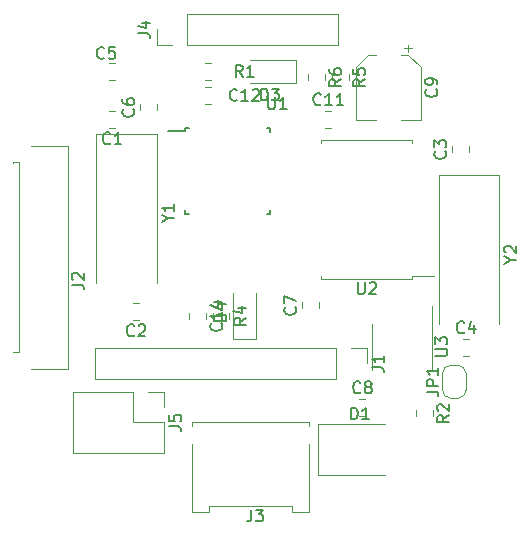
<source format=gbr>
%TF.GenerationSoftware,KiCad,Pcbnew,(5.1.6-0-10_14)*%
%TF.CreationDate,2021-01-24T21:36:40+01:00*%
%TF.ProjectId,CAN_Display,43414e5f-4469-4737-906c-61792e6b6963,rev?*%
%TF.SameCoordinates,Original*%
%TF.FileFunction,Legend,Top*%
%TF.FilePolarity,Positive*%
%FSLAX46Y46*%
G04 Gerber Fmt 4.6, Leading zero omitted, Abs format (unit mm)*
G04 Created by KiCad (PCBNEW (5.1.6-0-10_14)) date 2021-01-24 21:36:40*
%MOMM*%
%LPD*%
G01*
G04 APERTURE LIST*
%ADD10C,0.120000*%
%ADD11C,0.150000*%
G04 APERTURE END LIST*
D10*
%TO.C,D1*%
X163192000Y-106054000D02*
X168892000Y-106054000D01*
X163192000Y-110354000D02*
X168892000Y-110354000D01*
X163192000Y-106054000D02*
X163192000Y-110354000D01*
%TO.C,C9*%
X171161500Y-74243500D02*
X170536500Y-74243500D01*
X170849000Y-73931000D02*
X170849000Y-74556000D01*
X167468437Y-74796000D02*
X166404000Y-75860437D01*
X170859563Y-74796000D02*
X171924000Y-75860437D01*
X170859563Y-74796000D02*
X170224000Y-74796000D01*
X167468437Y-74796000D02*
X168104000Y-74796000D01*
X166404000Y-75860437D02*
X166404000Y-80316000D01*
X171924000Y-75860437D02*
X171924000Y-80316000D01*
X171924000Y-80316000D02*
X170224000Y-80316000D01*
X166404000Y-80316000D02*
X168104000Y-80316000D01*
%TO.C,J5*%
X150174000Y-103318000D02*
X150174000Y-104648000D01*
X148844000Y-103318000D02*
X150174000Y-103318000D01*
X150174000Y-105918000D02*
X150174000Y-108518000D01*
X147574000Y-105918000D02*
X150174000Y-105918000D01*
X147574000Y-103318000D02*
X147574000Y-105918000D01*
X150174000Y-108518000D02*
X142434000Y-108518000D01*
X147574000Y-103318000D02*
X142434000Y-103318000D01*
X142434000Y-103318000D02*
X142434000Y-108518000D01*
%TO.C,J4*%
X149546000Y-73974000D02*
X149546000Y-72644000D01*
X150876000Y-73974000D02*
X149546000Y-73974000D01*
X152146000Y-73974000D02*
X152146000Y-71314000D01*
X152146000Y-71314000D02*
X164906000Y-71314000D01*
X152146000Y-73974000D02*
X164906000Y-73974000D01*
X164906000Y-73974000D02*
X164906000Y-71314000D01*
%TO.C,J1*%
X167330000Y-99590000D02*
X167330000Y-100920000D01*
X166000000Y-99590000D02*
X167330000Y-99590000D01*
X164730000Y-99590000D02*
X164730000Y-102250000D01*
X164730000Y-102250000D02*
X144350000Y-102250000D01*
X164730000Y-99590000D02*
X144350000Y-99590000D01*
X144350000Y-99590000D02*
X144350000Y-102250000D01*
%TO.C,R6*%
X162358000Y-76437748D02*
X162358000Y-76960252D01*
X163778000Y-76437748D02*
X163778000Y-76960252D01*
%TO.C,R5*%
X164390000Y-76437748D02*
X164390000Y-76960252D01*
X165810000Y-76437748D02*
X165810000Y-76960252D01*
%TO.C,R4*%
X154290000Y-96633748D02*
X154290000Y-97156252D01*
X155710000Y-96633748D02*
X155710000Y-97156252D01*
%TO.C,R2*%
X171502000Y-104885748D02*
X171502000Y-105408252D01*
X172922000Y-104885748D02*
X172922000Y-105408252D01*
%TO.C,R1*%
X153671748Y-76910000D02*
X154194252Y-76910000D01*
X153671748Y-75490000D02*
X154194252Y-75490000D01*
%TO.C,JP1*%
X173752000Y-103174000D02*
X173752000Y-101774000D01*
X174452000Y-101074000D02*
X175052000Y-101074000D01*
X175752000Y-101774000D02*
X175752000Y-103174000D01*
X175052000Y-103874000D02*
X174452000Y-103874000D01*
X174452000Y-103874000D02*
G75*
G02*
X173752000Y-103174000I0J700000D01*
G01*
X175752000Y-103174000D02*
G75*
G02*
X175052000Y-103874000I-700000J0D01*
G01*
X175052000Y-101074000D02*
G75*
G02*
X175752000Y-101774000I0J-700000D01*
G01*
X173752000Y-101774000D02*
G75*
G02*
X174452000Y-101074000I700000J0D01*
G01*
%TO.C,D4*%
X156000000Y-98820000D02*
X156000000Y-94920000D01*
X158000000Y-98820000D02*
X158000000Y-94920000D01*
X156000000Y-98820000D02*
X158000000Y-98820000D01*
%TO.C,D3*%
X161380000Y-77200000D02*
X157480000Y-77200000D01*
X161380000Y-75200000D02*
X157480000Y-75200000D01*
X161380000Y-77200000D02*
X161380000Y-75200000D01*
%TO.C,C14*%
X152290000Y-96633748D02*
X152290000Y-97156252D01*
X153710000Y-96633748D02*
X153710000Y-97156252D01*
%TO.C,C12*%
X153671748Y-78942000D02*
X154194252Y-78942000D01*
X153671748Y-77522000D02*
X154194252Y-77522000D01*
%TO.C,C11*%
X163831748Y-80974000D02*
X164354252Y-80974000D01*
X163831748Y-79554000D02*
X164354252Y-79554000D01*
%TO.C,C8*%
X166713748Y-105358000D02*
X167236252Y-105358000D01*
X166713748Y-103938000D02*
X167236252Y-103938000D01*
%TO.C,C7*%
X163270000Y-96264252D02*
X163270000Y-95741748D01*
X161850000Y-96264252D02*
X161850000Y-95741748D01*
%TO.C,C6*%
X149554000Y-79500252D02*
X149554000Y-78977748D01*
X148134000Y-79500252D02*
X148134000Y-78977748D01*
%TO.C,C5*%
X145525748Y-76910000D02*
X146048252Y-76910000D01*
X145525748Y-75490000D02*
X146048252Y-75490000D01*
%TO.C,C4*%
X175497748Y-100278000D02*
X176020252Y-100278000D01*
X175497748Y-98858000D02*
X176020252Y-98858000D01*
%TO.C,C3*%
X175970000Y-83056252D02*
X175970000Y-82533748D01*
X174550000Y-83056252D02*
X174550000Y-82533748D01*
%TO.C,C2*%
X148080252Y-95810000D02*
X147557748Y-95810000D01*
X148080252Y-97230000D02*
X147557748Y-97230000D01*
%TO.C,C1*%
X146048252Y-79554000D02*
X145525748Y-79554000D01*
X146048252Y-80974000D02*
X145525748Y-80974000D01*
%TO.C,U3*%
X172867000Y-99503000D02*
X172867000Y-96053000D01*
X172867000Y-99503000D02*
X172867000Y-101453000D01*
X167747000Y-99503000D02*
X167747000Y-97553000D01*
X167747000Y-99503000D02*
X167747000Y-101453000D01*
%TO.C,U2*%
X167350000Y-81999000D02*
X163490000Y-81999000D01*
X163490000Y-81999000D02*
X163490000Y-82244000D01*
X167350000Y-81999000D02*
X171210000Y-81999000D01*
X171210000Y-81999000D02*
X171210000Y-82244000D01*
X167350000Y-93769000D02*
X163490000Y-93769000D01*
X163490000Y-93769000D02*
X163490000Y-93524000D01*
X167350000Y-93769000D02*
X171210000Y-93769000D01*
X171210000Y-93769000D02*
X171210000Y-93524000D01*
X171210000Y-93524000D02*
X173025000Y-93524000D01*
%TO.C,J3*%
X162435000Y-106220000D02*
X162435000Y-105910000D01*
X162435000Y-105910000D02*
X152565000Y-105910000D01*
X152565000Y-105910000D02*
X152565000Y-106220000D01*
X162435000Y-107740000D02*
X162435000Y-113500000D01*
X162435000Y-113500000D02*
X161015000Y-113500000D01*
X161015000Y-113500000D02*
X161015000Y-113000000D01*
X161015000Y-113000000D02*
X153985000Y-113000000D01*
X153985000Y-113000000D02*
X153985000Y-113500000D01*
X153985000Y-113500000D02*
X152565000Y-113500000D01*
X152565000Y-113500000D02*
X152565000Y-107740000D01*
%TO.C,J2*%
X138935000Y-101355000D02*
X142010000Y-101355000D01*
X142010000Y-101355000D02*
X142010000Y-82485000D01*
X142010000Y-82485000D02*
X138935000Y-82485000D01*
X137420000Y-99915000D02*
X137420000Y-99935000D01*
X137420000Y-99935000D02*
X137920000Y-99935000D01*
X137920000Y-99935000D02*
X137920000Y-83905000D01*
X137920000Y-83905000D02*
X137420000Y-83905000D01*
X137420000Y-83905000D02*
X137420000Y-83925000D01*
D11*
%TO.C,U1*%
X151931000Y-81025000D02*
X151931000Y-81250000D01*
X159181000Y-81025000D02*
X159181000Y-81350000D01*
X159181000Y-88275000D02*
X159181000Y-87950000D01*
X151931000Y-88275000D02*
X151931000Y-87950000D01*
X151931000Y-81025000D02*
X152256000Y-81025000D01*
X151931000Y-88275000D02*
X152256000Y-88275000D01*
X159181000Y-88275000D02*
X158856000Y-88275000D01*
X159181000Y-81025000D02*
X158856000Y-81025000D01*
X151931000Y-81250000D02*
X150506000Y-81250000D01*
D10*
%TO.C,Y1*%
X144450000Y-81470000D02*
X144450000Y-94070000D01*
X149550000Y-81470000D02*
X144450000Y-81470000D01*
X149550000Y-94070000D02*
X149550000Y-81470000D01*
%TO.C,Y2*%
X173450000Y-84970000D02*
X173450000Y-97570000D01*
X178550000Y-84970000D02*
X173450000Y-84970000D01*
X178550000Y-97570000D02*
X178550000Y-84970000D01*
%TO.C,D1*%
D11*
X166003904Y-105656380D02*
X166003904Y-104656380D01*
X166242000Y-104656380D01*
X166384857Y-104704000D01*
X166480095Y-104799238D01*
X166527714Y-104894476D01*
X166575333Y-105084952D01*
X166575333Y-105227809D01*
X166527714Y-105418285D01*
X166480095Y-105513523D01*
X166384857Y-105608761D01*
X166242000Y-105656380D01*
X166003904Y-105656380D01*
X167527714Y-105656380D02*
X166956285Y-105656380D01*
X167242000Y-105656380D02*
X167242000Y-104656380D01*
X167146761Y-104799238D01*
X167051523Y-104894476D01*
X166956285Y-104942095D01*
%TO.C,C9*%
X173221142Y-77722666D02*
X173268761Y-77770285D01*
X173316380Y-77913142D01*
X173316380Y-78008380D01*
X173268761Y-78151238D01*
X173173523Y-78246476D01*
X173078285Y-78294095D01*
X172887809Y-78341714D01*
X172744952Y-78341714D01*
X172554476Y-78294095D01*
X172459238Y-78246476D01*
X172364000Y-78151238D01*
X172316380Y-78008380D01*
X172316380Y-77913142D01*
X172364000Y-77770285D01*
X172411619Y-77722666D01*
X173316380Y-77246476D02*
X173316380Y-77056000D01*
X173268761Y-76960761D01*
X173221142Y-76913142D01*
X173078285Y-76817904D01*
X172887809Y-76770285D01*
X172506857Y-76770285D01*
X172411619Y-76817904D01*
X172364000Y-76865523D01*
X172316380Y-76960761D01*
X172316380Y-77151238D01*
X172364000Y-77246476D01*
X172411619Y-77294095D01*
X172506857Y-77341714D01*
X172744952Y-77341714D01*
X172840190Y-77294095D01*
X172887809Y-77246476D01*
X172935428Y-77151238D01*
X172935428Y-76960761D01*
X172887809Y-76865523D01*
X172840190Y-76817904D01*
X172744952Y-76770285D01*
%TO.C,J5*%
X150626380Y-106251333D02*
X151340666Y-106251333D01*
X151483523Y-106298952D01*
X151578761Y-106394190D01*
X151626380Y-106537047D01*
X151626380Y-106632285D01*
X150626380Y-105298952D02*
X150626380Y-105775142D01*
X151102571Y-105822761D01*
X151054952Y-105775142D01*
X151007333Y-105679904D01*
X151007333Y-105441809D01*
X151054952Y-105346571D01*
X151102571Y-105298952D01*
X151197809Y-105251333D01*
X151435904Y-105251333D01*
X151531142Y-105298952D01*
X151578761Y-105346571D01*
X151626380Y-105441809D01*
X151626380Y-105679904D01*
X151578761Y-105775142D01*
X151531142Y-105822761D01*
%TO.C,J4*%
X147998380Y-72977333D02*
X148712666Y-72977333D01*
X148855523Y-73024952D01*
X148950761Y-73120190D01*
X148998380Y-73263047D01*
X148998380Y-73358285D01*
X148331714Y-72072571D02*
X148998380Y-72072571D01*
X147950761Y-72310666D02*
X148665047Y-72548761D01*
X148665047Y-71929714D01*
%TO.C,J1*%
X167782380Y-101253333D02*
X168496666Y-101253333D01*
X168639523Y-101300952D01*
X168734761Y-101396190D01*
X168782380Y-101539047D01*
X168782380Y-101634285D01*
X168782380Y-100253333D02*
X168782380Y-100824761D01*
X168782380Y-100539047D02*
X167782380Y-100539047D01*
X167925238Y-100634285D01*
X168020476Y-100729523D01*
X168068095Y-100824761D01*
%TO.C,R6*%
X165170380Y-76865666D02*
X164694190Y-77199000D01*
X165170380Y-77437095D02*
X164170380Y-77437095D01*
X164170380Y-77056142D01*
X164218000Y-76960904D01*
X164265619Y-76913285D01*
X164360857Y-76865666D01*
X164503714Y-76865666D01*
X164598952Y-76913285D01*
X164646571Y-76960904D01*
X164694190Y-77056142D01*
X164694190Y-77437095D01*
X164170380Y-76008523D02*
X164170380Y-76199000D01*
X164218000Y-76294238D01*
X164265619Y-76341857D01*
X164408476Y-76437095D01*
X164598952Y-76484714D01*
X164979904Y-76484714D01*
X165075142Y-76437095D01*
X165122761Y-76389476D01*
X165170380Y-76294238D01*
X165170380Y-76103761D01*
X165122761Y-76008523D01*
X165075142Y-75960904D01*
X164979904Y-75913285D01*
X164741809Y-75913285D01*
X164646571Y-75960904D01*
X164598952Y-76008523D01*
X164551333Y-76103761D01*
X164551333Y-76294238D01*
X164598952Y-76389476D01*
X164646571Y-76437095D01*
X164741809Y-76484714D01*
%TO.C,R5*%
X167202380Y-76865666D02*
X166726190Y-77199000D01*
X167202380Y-77437095D02*
X166202380Y-77437095D01*
X166202380Y-77056142D01*
X166250000Y-76960904D01*
X166297619Y-76913285D01*
X166392857Y-76865666D01*
X166535714Y-76865666D01*
X166630952Y-76913285D01*
X166678571Y-76960904D01*
X166726190Y-77056142D01*
X166726190Y-77437095D01*
X166202380Y-75960904D02*
X166202380Y-76437095D01*
X166678571Y-76484714D01*
X166630952Y-76437095D01*
X166583333Y-76341857D01*
X166583333Y-76103761D01*
X166630952Y-76008523D01*
X166678571Y-75960904D01*
X166773809Y-75913285D01*
X167011904Y-75913285D01*
X167107142Y-75960904D01*
X167154761Y-76008523D01*
X167202380Y-76103761D01*
X167202380Y-76341857D01*
X167154761Y-76437095D01*
X167107142Y-76484714D01*
%TO.C,R4*%
X157102380Y-97061666D02*
X156626190Y-97395000D01*
X157102380Y-97633095D02*
X156102380Y-97633095D01*
X156102380Y-97252142D01*
X156150000Y-97156904D01*
X156197619Y-97109285D01*
X156292857Y-97061666D01*
X156435714Y-97061666D01*
X156530952Y-97109285D01*
X156578571Y-97156904D01*
X156626190Y-97252142D01*
X156626190Y-97633095D01*
X156435714Y-96204523D02*
X157102380Y-96204523D01*
X156054761Y-96442619D02*
X156769047Y-96680714D01*
X156769047Y-96061666D01*
%TO.C,R2*%
X174314380Y-105313666D02*
X173838190Y-105647000D01*
X174314380Y-105885095D02*
X173314380Y-105885095D01*
X173314380Y-105504142D01*
X173362000Y-105408904D01*
X173409619Y-105361285D01*
X173504857Y-105313666D01*
X173647714Y-105313666D01*
X173742952Y-105361285D01*
X173790571Y-105408904D01*
X173838190Y-105504142D01*
X173838190Y-105885095D01*
X173409619Y-104932714D02*
X173362000Y-104885095D01*
X173314380Y-104789857D01*
X173314380Y-104551761D01*
X173362000Y-104456523D01*
X173409619Y-104408904D01*
X173504857Y-104361285D01*
X173600095Y-104361285D01*
X173742952Y-104408904D01*
X174314380Y-104980333D01*
X174314380Y-104361285D01*
%TO.C,R1*%
X156823333Y-76652380D02*
X156490000Y-76176190D01*
X156251904Y-76652380D02*
X156251904Y-75652380D01*
X156632857Y-75652380D01*
X156728095Y-75700000D01*
X156775714Y-75747619D01*
X156823333Y-75842857D01*
X156823333Y-75985714D01*
X156775714Y-76080952D01*
X156728095Y-76128571D01*
X156632857Y-76176190D01*
X156251904Y-76176190D01*
X157775714Y-76652380D02*
X157204285Y-76652380D01*
X157490000Y-76652380D02*
X157490000Y-75652380D01*
X157394761Y-75795238D01*
X157299523Y-75890476D01*
X157204285Y-75938095D01*
%TO.C,JP1*%
X172404380Y-103307333D02*
X173118666Y-103307333D01*
X173261523Y-103354952D01*
X173356761Y-103450190D01*
X173404380Y-103593047D01*
X173404380Y-103688285D01*
X173404380Y-102831142D02*
X172404380Y-102831142D01*
X172404380Y-102450190D01*
X172452000Y-102354952D01*
X172499619Y-102307333D01*
X172594857Y-102259714D01*
X172737714Y-102259714D01*
X172832952Y-102307333D01*
X172880571Y-102354952D01*
X172928190Y-102450190D01*
X172928190Y-102831142D01*
X173404380Y-101307333D02*
X173404380Y-101878761D01*
X173404380Y-101593047D02*
X172404380Y-101593047D01*
X172547238Y-101688285D01*
X172642476Y-101783523D01*
X172690095Y-101878761D01*
%TO.C,D4*%
X155452380Y-97308095D02*
X154452380Y-97308095D01*
X154452380Y-97070000D01*
X154500000Y-96927142D01*
X154595238Y-96831904D01*
X154690476Y-96784285D01*
X154880952Y-96736666D01*
X155023809Y-96736666D01*
X155214285Y-96784285D01*
X155309523Y-96831904D01*
X155404761Y-96927142D01*
X155452380Y-97070000D01*
X155452380Y-97308095D01*
X154785714Y-95879523D02*
X155452380Y-95879523D01*
X154404761Y-96117619D02*
X155119047Y-96355714D01*
X155119047Y-95736666D01*
%TO.C,D3*%
X158391904Y-78652380D02*
X158391904Y-77652380D01*
X158630000Y-77652380D01*
X158772857Y-77700000D01*
X158868095Y-77795238D01*
X158915714Y-77890476D01*
X158963333Y-78080952D01*
X158963333Y-78223809D01*
X158915714Y-78414285D01*
X158868095Y-78509523D01*
X158772857Y-78604761D01*
X158630000Y-78652380D01*
X158391904Y-78652380D01*
X159296666Y-77652380D02*
X159915714Y-77652380D01*
X159582380Y-78033333D01*
X159725238Y-78033333D01*
X159820476Y-78080952D01*
X159868095Y-78128571D01*
X159915714Y-78223809D01*
X159915714Y-78461904D01*
X159868095Y-78557142D01*
X159820476Y-78604761D01*
X159725238Y-78652380D01*
X159439523Y-78652380D01*
X159344285Y-78604761D01*
X159296666Y-78557142D01*
%TO.C,C14*%
X155007142Y-97537857D02*
X155054761Y-97585476D01*
X155102380Y-97728333D01*
X155102380Y-97823571D01*
X155054761Y-97966428D01*
X154959523Y-98061666D01*
X154864285Y-98109285D01*
X154673809Y-98156904D01*
X154530952Y-98156904D01*
X154340476Y-98109285D01*
X154245238Y-98061666D01*
X154150000Y-97966428D01*
X154102380Y-97823571D01*
X154102380Y-97728333D01*
X154150000Y-97585476D01*
X154197619Y-97537857D01*
X155102380Y-96585476D02*
X155102380Y-97156904D01*
X155102380Y-96871190D02*
X154102380Y-96871190D01*
X154245238Y-96966428D01*
X154340476Y-97061666D01*
X154388095Y-97156904D01*
X154435714Y-95728333D02*
X155102380Y-95728333D01*
X154054761Y-95966428D02*
X154769047Y-96204523D01*
X154769047Y-95585476D01*
%TO.C,C12*%
X156347142Y-78589142D02*
X156299523Y-78636761D01*
X156156666Y-78684380D01*
X156061428Y-78684380D01*
X155918571Y-78636761D01*
X155823333Y-78541523D01*
X155775714Y-78446285D01*
X155728095Y-78255809D01*
X155728095Y-78112952D01*
X155775714Y-77922476D01*
X155823333Y-77827238D01*
X155918571Y-77732000D01*
X156061428Y-77684380D01*
X156156666Y-77684380D01*
X156299523Y-77732000D01*
X156347142Y-77779619D01*
X157299523Y-78684380D02*
X156728095Y-78684380D01*
X157013809Y-78684380D02*
X157013809Y-77684380D01*
X156918571Y-77827238D01*
X156823333Y-77922476D01*
X156728095Y-77970095D01*
X157680476Y-77779619D02*
X157728095Y-77732000D01*
X157823333Y-77684380D01*
X158061428Y-77684380D01*
X158156666Y-77732000D01*
X158204285Y-77779619D01*
X158251904Y-77874857D01*
X158251904Y-77970095D01*
X158204285Y-78112952D01*
X157632857Y-78684380D01*
X158251904Y-78684380D01*
%TO.C,C11*%
X163450142Y-78971142D02*
X163402523Y-79018761D01*
X163259666Y-79066380D01*
X163164428Y-79066380D01*
X163021571Y-79018761D01*
X162926333Y-78923523D01*
X162878714Y-78828285D01*
X162831095Y-78637809D01*
X162831095Y-78494952D01*
X162878714Y-78304476D01*
X162926333Y-78209238D01*
X163021571Y-78114000D01*
X163164428Y-78066380D01*
X163259666Y-78066380D01*
X163402523Y-78114000D01*
X163450142Y-78161619D01*
X164402523Y-79066380D02*
X163831095Y-79066380D01*
X164116809Y-79066380D02*
X164116809Y-78066380D01*
X164021571Y-78209238D01*
X163926333Y-78304476D01*
X163831095Y-78352095D01*
X165354904Y-79066380D02*
X164783476Y-79066380D01*
X165069190Y-79066380D02*
X165069190Y-78066380D01*
X164973952Y-78209238D01*
X164878714Y-78304476D01*
X164783476Y-78352095D01*
%TO.C,C8*%
X166808333Y-103355142D02*
X166760714Y-103402761D01*
X166617857Y-103450380D01*
X166522619Y-103450380D01*
X166379761Y-103402761D01*
X166284523Y-103307523D01*
X166236904Y-103212285D01*
X166189285Y-103021809D01*
X166189285Y-102878952D01*
X166236904Y-102688476D01*
X166284523Y-102593238D01*
X166379761Y-102498000D01*
X166522619Y-102450380D01*
X166617857Y-102450380D01*
X166760714Y-102498000D01*
X166808333Y-102545619D01*
X167379761Y-102878952D02*
X167284523Y-102831333D01*
X167236904Y-102783714D01*
X167189285Y-102688476D01*
X167189285Y-102640857D01*
X167236904Y-102545619D01*
X167284523Y-102498000D01*
X167379761Y-102450380D01*
X167570238Y-102450380D01*
X167665476Y-102498000D01*
X167713095Y-102545619D01*
X167760714Y-102640857D01*
X167760714Y-102688476D01*
X167713095Y-102783714D01*
X167665476Y-102831333D01*
X167570238Y-102878952D01*
X167379761Y-102878952D01*
X167284523Y-102926571D01*
X167236904Y-102974190D01*
X167189285Y-103069428D01*
X167189285Y-103259904D01*
X167236904Y-103355142D01*
X167284523Y-103402761D01*
X167379761Y-103450380D01*
X167570238Y-103450380D01*
X167665476Y-103402761D01*
X167713095Y-103355142D01*
X167760714Y-103259904D01*
X167760714Y-103069428D01*
X167713095Y-102974190D01*
X167665476Y-102926571D01*
X167570238Y-102878952D01*
%TO.C,C7*%
X161267142Y-96169666D02*
X161314761Y-96217285D01*
X161362380Y-96360142D01*
X161362380Y-96455380D01*
X161314761Y-96598238D01*
X161219523Y-96693476D01*
X161124285Y-96741095D01*
X160933809Y-96788714D01*
X160790952Y-96788714D01*
X160600476Y-96741095D01*
X160505238Y-96693476D01*
X160410000Y-96598238D01*
X160362380Y-96455380D01*
X160362380Y-96360142D01*
X160410000Y-96217285D01*
X160457619Y-96169666D01*
X160362380Y-95836333D02*
X160362380Y-95169666D01*
X161362380Y-95598238D01*
%TO.C,C6*%
X147551142Y-79405666D02*
X147598761Y-79453285D01*
X147646380Y-79596142D01*
X147646380Y-79691380D01*
X147598761Y-79834238D01*
X147503523Y-79929476D01*
X147408285Y-79977095D01*
X147217809Y-80024714D01*
X147074952Y-80024714D01*
X146884476Y-79977095D01*
X146789238Y-79929476D01*
X146694000Y-79834238D01*
X146646380Y-79691380D01*
X146646380Y-79596142D01*
X146694000Y-79453285D01*
X146741619Y-79405666D01*
X146646380Y-78548523D02*
X146646380Y-78739000D01*
X146694000Y-78834238D01*
X146741619Y-78881857D01*
X146884476Y-78977095D01*
X147074952Y-79024714D01*
X147455904Y-79024714D01*
X147551142Y-78977095D01*
X147598761Y-78929476D01*
X147646380Y-78834238D01*
X147646380Y-78643761D01*
X147598761Y-78548523D01*
X147551142Y-78500904D01*
X147455904Y-78453285D01*
X147217809Y-78453285D01*
X147122571Y-78500904D01*
X147074952Y-78548523D01*
X147027333Y-78643761D01*
X147027333Y-78834238D01*
X147074952Y-78929476D01*
X147122571Y-78977095D01*
X147217809Y-79024714D01*
%TO.C,C5*%
X145103333Y-75033142D02*
X145055714Y-75080761D01*
X144912857Y-75128380D01*
X144817619Y-75128380D01*
X144674761Y-75080761D01*
X144579523Y-74985523D01*
X144531904Y-74890285D01*
X144484285Y-74699809D01*
X144484285Y-74556952D01*
X144531904Y-74366476D01*
X144579523Y-74271238D01*
X144674761Y-74176000D01*
X144817619Y-74128380D01*
X144912857Y-74128380D01*
X145055714Y-74176000D01*
X145103333Y-74223619D01*
X146008095Y-74128380D02*
X145531904Y-74128380D01*
X145484285Y-74604571D01*
X145531904Y-74556952D01*
X145627142Y-74509333D01*
X145865238Y-74509333D01*
X145960476Y-74556952D01*
X146008095Y-74604571D01*
X146055714Y-74699809D01*
X146055714Y-74937904D01*
X146008095Y-75033142D01*
X145960476Y-75080761D01*
X145865238Y-75128380D01*
X145627142Y-75128380D01*
X145531904Y-75080761D01*
X145484285Y-75033142D01*
%TO.C,C4*%
X175592333Y-98275142D02*
X175544714Y-98322761D01*
X175401857Y-98370380D01*
X175306619Y-98370380D01*
X175163761Y-98322761D01*
X175068523Y-98227523D01*
X175020904Y-98132285D01*
X174973285Y-97941809D01*
X174973285Y-97798952D01*
X175020904Y-97608476D01*
X175068523Y-97513238D01*
X175163761Y-97418000D01*
X175306619Y-97370380D01*
X175401857Y-97370380D01*
X175544714Y-97418000D01*
X175592333Y-97465619D01*
X176449476Y-97703714D02*
X176449476Y-98370380D01*
X176211380Y-97322761D02*
X175973285Y-98037047D01*
X176592333Y-98037047D01*
%TO.C,C3*%
X173967142Y-82961666D02*
X174014761Y-83009285D01*
X174062380Y-83152142D01*
X174062380Y-83247380D01*
X174014761Y-83390238D01*
X173919523Y-83485476D01*
X173824285Y-83533095D01*
X173633809Y-83580714D01*
X173490952Y-83580714D01*
X173300476Y-83533095D01*
X173205238Y-83485476D01*
X173110000Y-83390238D01*
X173062380Y-83247380D01*
X173062380Y-83152142D01*
X173110000Y-83009285D01*
X173157619Y-82961666D01*
X173062380Y-82628333D02*
X173062380Y-82009285D01*
X173443333Y-82342619D01*
X173443333Y-82199761D01*
X173490952Y-82104523D01*
X173538571Y-82056904D01*
X173633809Y-82009285D01*
X173871904Y-82009285D01*
X173967142Y-82056904D01*
X174014761Y-82104523D01*
X174062380Y-82199761D01*
X174062380Y-82485476D01*
X174014761Y-82580714D01*
X173967142Y-82628333D01*
%TO.C,C2*%
X147652333Y-98527142D02*
X147604714Y-98574761D01*
X147461857Y-98622380D01*
X147366619Y-98622380D01*
X147223761Y-98574761D01*
X147128523Y-98479523D01*
X147080904Y-98384285D01*
X147033285Y-98193809D01*
X147033285Y-98050952D01*
X147080904Y-97860476D01*
X147128523Y-97765238D01*
X147223761Y-97670000D01*
X147366619Y-97622380D01*
X147461857Y-97622380D01*
X147604714Y-97670000D01*
X147652333Y-97717619D01*
X148033285Y-97717619D02*
X148080904Y-97670000D01*
X148176142Y-97622380D01*
X148414238Y-97622380D01*
X148509476Y-97670000D01*
X148557095Y-97717619D01*
X148604714Y-97812857D01*
X148604714Y-97908095D01*
X148557095Y-98050952D01*
X147985666Y-98622380D01*
X148604714Y-98622380D01*
%TO.C,C1*%
X145620333Y-82271142D02*
X145572714Y-82318761D01*
X145429857Y-82366380D01*
X145334619Y-82366380D01*
X145191761Y-82318761D01*
X145096523Y-82223523D01*
X145048904Y-82128285D01*
X145001285Y-81937809D01*
X145001285Y-81794952D01*
X145048904Y-81604476D01*
X145096523Y-81509238D01*
X145191761Y-81414000D01*
X145334619Y-81366380D01*
X145429857Y-81366380D01*
X145572714Y-81414000D01*
X145620333Y-81461619D01*
X146572714Y-82366380D02*
X146001285Y-82366380D01*
X146287000Y-82366380D02*
X146287000Y-81366380D01*
X146191761Y-81509238D01*
X146096523Y-81604476D01*
X146001285Y-81652095D01*
%TO.C,U3*%
X173159380Y-100264904D02*
X173968904Y-100264904D01*
X174064142Y-100217285D01*
X174111761Y-100169666D01*
X174159380Y-100074428D01*
X174159380Y-99883952D01*
X174111761Y-99788714D01*
X174064142Y-99741095D01*
X173968904Y-99693476D01*
X173159380Y-99693476D01*
X173159380Y-99312523D02*
X173159380Y-98693476D01*
X173540333Y-99026809D01*
X173540333Y-98883952D01*
X173587952Y-98788714D01*
X173635571Y-98741095D01*
X173730809Y-98693476D01*
X173968904Y-98693476D01*
X174064142Y-98741095D01*
X174111761Y-98788714D01*
X174159380Y-98883952D01*
X174159380Y-99169666D01*
X174111761Y-99264904D01*
X174064142Y-99312523D01*
%TO.C,U2*%
X166588095Y-94056380D02*
X166588095Y-94865904D01*
X166635714Y-94961142D01*
X166683333Y-95008761D01*
X166778571Y-95056380D01*
X166969047Y-95056380D01*
X167064285Y-95008761D01*
X167111904Y-94961142D01*
X167159523Y-94865904D01*
X167159523Y-94056380D01*
X167588095Y-94151619D02*
X167635714Y-94104000D01*
X167730952Y-94056380D01*
X167969047Y-94056380D01*
X168064285Y-94104000D01*
X168111904Y-94151619D01*
X168159523Y-94246857D01*
X168159523Y-94342095D01*
X168111904Y-94484952D01*
X167540476Y-95056380D01*
X168159523Y-95056380D01*
%TO.C,J3*%
X157571666Y-113293380D02*
X157571666Y-114007666D01*
X157524047Y-114150523D01*
X157428809Y-114245761D01*
X157285952Y-114293380D01*
X157190714Y-114293380D01*
X157952619Y-113293380D02*
X158571666Y-113293380D01*
X158238333Y-113674333D01*
X158381190Y-113674333D01*
X158476428Y-113721952D01*
X158524047Y-113769571D01*
X158571666Y-113864809D01*
X158571666Y-114102904D01*
X158524047Y-114198142D01*
X158476428Y-114245761D01*
X158381190Y-114293380D01*
X158095476Y-114293380D01*
X158000238Y-114245761D01*
X157952619Y-114198142D01*
%TO.C,J2*%
X142373380Y-94254333D02*
X143087666Y-94254333D01*
X143230523Y-94301952D01*
X143325761Y-94397190D01*
X143373380Y-94540047D01*
X143373380Y-94635285D01*
X142468619Y-93825761D02*
X142421000Y-93778142D01*
X142373380Y-93682904D01*
X142373380Y-93444809D01*
X142421000Y-93349571D01*
X142468619Y-93301952D01*
X142563857Y-93254333D01*
X142659095Y-93254333D01*
X142801952Y-93301952D01*
X143373380Y-93873380D01*
X143373380Y-93254333D01*
%TO.C,U1*%
X158985095Y-78387380D02*
X158985095Y-79196904D01*
X159032714Y-79292142D01*
X159080333Y-79339761D01*
X159175571Y-79387380D01*
X159366047Y-79387380D01*
X159461285Y-79339761D01*
X159508904Y-79292142D01*
X159556523Y-79196904D01*
X159556523Y-78387380D01*
X160556523Y-79387380D02*
X159985095Y-79387380D01*
X160270809Y-79387380D02*
X160270809Y-78387380D01*
X160175571Y-78530238D01*
X160080333Y-78625476D01*
X159985095Y-78673095D01*
%TO.C,Y1*%
X150526190Y-88646190D02*
X151002380Y-88646190D01*
X150002380Y-88979523D02*
X150526190Y-88646190D01*
X150002380Y-88312857D01*
X151002380Y-87455714D02*
X151002380Y-88027142D01*
X151002380Y-87741428D02*
X150002380Y-87741428D01*
X150145238Y-87836666D01*
X150240476Y-87931904D01*
X150288095Y-88027142D01*
%TO.C,Y2*%
X179526190Y-92146190D02*
X180002380Y-92146190D01*
X179002380Y-92479523D02*
X179526190Y-92146190D01*
X179002380Y-91812857D01*
X179097619Y-91527142D02*
X179050000Y-91479523D01*
X179002380Y-91384285D01*
X179002380Y-91146190D01*
X179050000Y-91050952D01*
X179097619Y-91003333D01*
X179192857Y-90955714D01*
X179288095Y-90955714D01*
X179430952Y-91003333D01*
X180002380Y-91574761D01*
X180002380Y-90955714D01*
%TD*%
M02*

</source>
